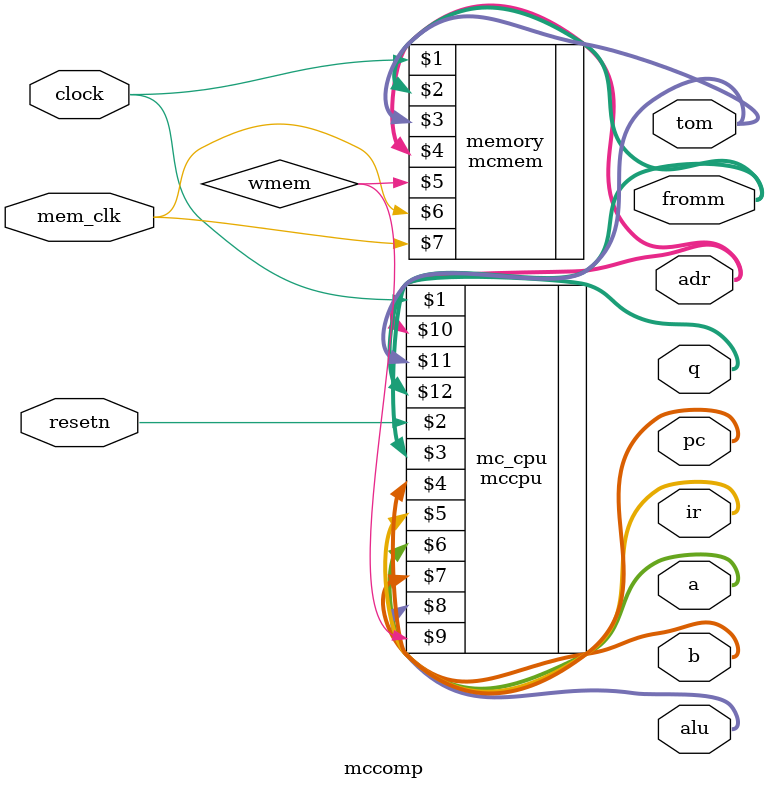
<source format=v>
`include "mccpu.v"
`include "mcmem.v"

module mccomp(clock,resetn,q,a,b,alu,adr,tom,fromm,pc,ir,mem_clk);
	input clock,resetn,mem_clk;
	output [31:0] a,b,alu,adr,tom,fromm,pc,ir;
	output [2:0] q;
	wire wmem;
	mccpu mc_cpu(clock,resetn,fromm,pc,ir,a,b,alu,wmem,adr,tom,q);
	mcmem memory (clock,fromm,tom,adr,wmem,mem_clk,mem_clk);
	
endmodule 
</source>
